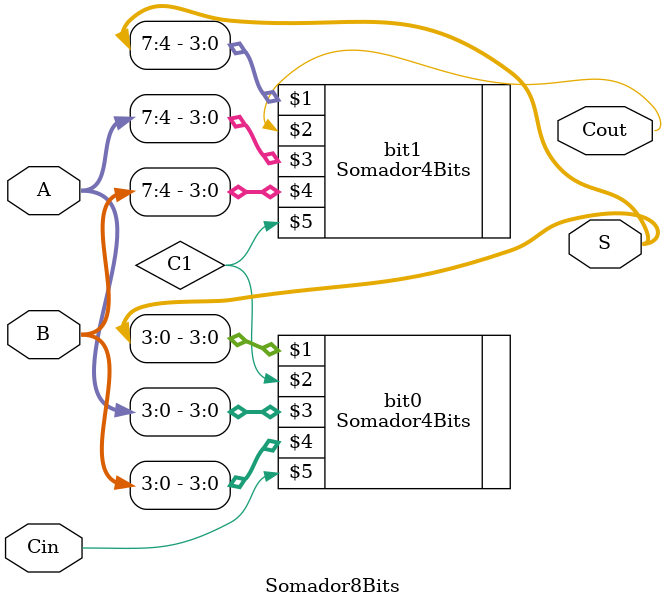
<source format=v>
module Somador8Bits(S, Cout, A, B, Cin);
    input [7:0] A, B;    // Array de inputs
    input Cin;            // Carry-in  (Entrada)
    output [7:0] S;      // Resultado da soma
    output Cout;          // Carry-out (Saída)

    wire C1;  // Carry que vai para o somador de 4 bits superior

    Somador4Bits bit0(S[3:0], C1, A[3:0], B[3:0], Cin); 
    Somador4Bits bit1(S[7:4], Cout, A[7:4], B[7:4], C1);
endmodule
</source>
